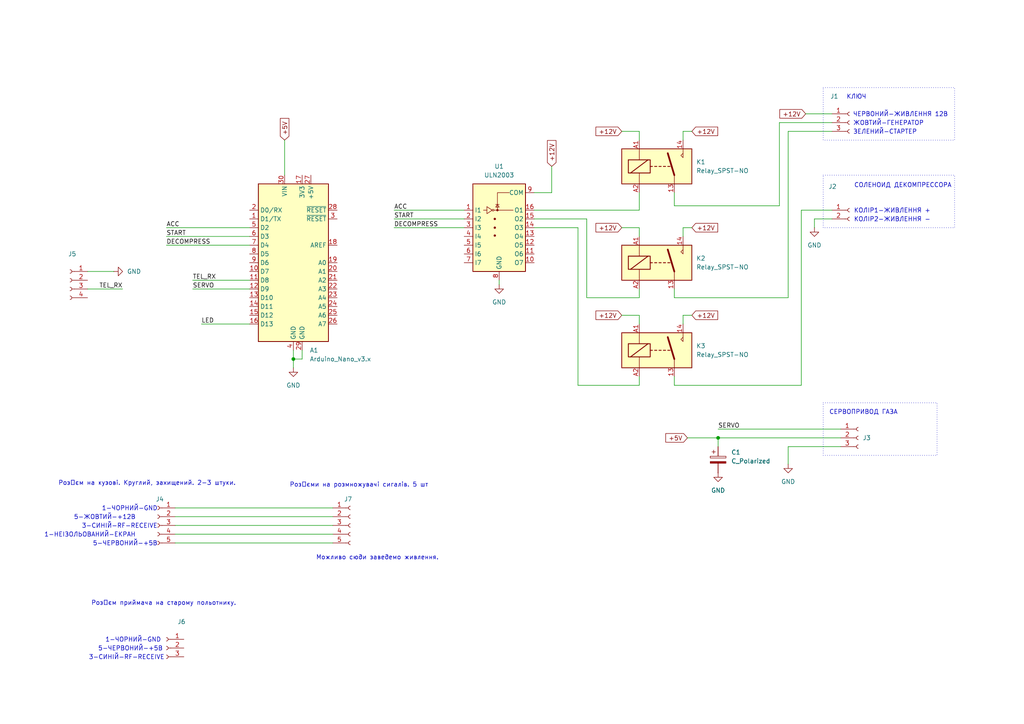
<source format=kicad_sch>
(kicad_sch (version 20231120) (generator "eeschema") (generator_version "8.0")
  (paper "A4")
  (lib_symbols
    (symbol "Connector:Conn_01x02_Socket" (pin_names (offset 1.016) hide)
      (property "Reference" "J" (at 0 2.54 0))
      (property "Value" "Conn_01x02_Socket" (at 0 -5.08 0))
      (symbol "Conn_01x02_Socket_1_1"
        (arc (start 0 -2.032) (mid -0.5058 -2.54) (end 0 -3.048) (stroke (width 0.1524)))
        (polyline (pts (xy -1.27 -2.54) (xy -0.508 -2.54)) (stroke (width 0.1524)))
        (polyline (pts (xy -1.27 0) (xy -0.508 0)) (stroke (width 0.1524)))
        (arc (start 0 0.508) (mid -0.5058 0) (end 0 -0.508) (stroke (width 0.1524)))
        (pin passive line (at -5.08 0 0) (length 3.81) (name "Pin_1") (number "1"))
        (pin passive line (at -5.08 -2.54 0) (length 3.81) (name "Pin_2") (number "2"))
      )
    )
    (symbol "Connector:Conn_01x03_Socket" (pin_names (offset 1.016) hide)
      (property "Reference" "J" (at 0 5.08 0))
      (property "Value" "Conn_01x03_Socket" (at 0 -5.08 0))
      (symbol "Conn_01x03_Socket_1_1"
        (arc (start 0 -2.032) (mid -0.5058 -2.54) (end 0 -3.048) (stroke (width 0.1524)))
        (polyline (pts (xy -1.27 -2.54) (xy -0.508 -2.54)) (stroke (width 0.1524)))
        (polyline (pts (xy -1.27 0) (xy -0.508 0)) (stroke (width 0.1524)))
        (polyline (pts (xy -1.27 2.54) (xy -0.508 2.54)) (stroke (width 0.1524)))
        (arc (start 0 0.508) (mid -0.5058 0) (end 0 -0.508) (stroke (width 0.1524)))
        (arc (start 0 3.048) (mid -0.5058 2.54) (end 0 2.032) (stroke (width 0.1524)))
        (pin passive line (at -5.08 2.54 0) (length 3.81) (name "Pin_1") (number "1"))
        (pin passive line (at -5.08 0 0) (length 3.81) (name "Pin_2") (number "2"))
        (pin passive line (at -5.08 -2.54 0) (length 3.81) (name "Pin_3") (number "3"))
      )
    )
    (symbol "Connector:Conn_01x04_Socket" (pin_names (offset 1.016) hide)
      (property "Reference" "J" (at 0 5.08 0))
      (property "Value" "Conn_01x04_Socket" (at 0 -7.62 0))
      (symbol "Conn_01x04_Socket_1_1"
        (arc (start 0 -4.572) (mid -0.5058 -5.08) (end 0 -5.588) (stroke (width 0.1524)))
        (arc (start 0 -2.032) (mid -0.5058 -2.54) (end 0 -3.048) (stroke (width 0.1524)))
        (polyline (pts (xy -1.27 -5.08) (xy -0.508 -5.08)) (stroke (width 0.1524)))
        (polyline (pts (xy -1.27 -2.54) (xy -0.508 -2.54)) (stroke (width 0.1524)))
        (polyline (pts (xy -1.27 0) (xy -0.508 0)) (stroke (width 0.1524)))
        (polyline (pts (xy -1.27 2.54) (xy -0.508 2.54)) (stroke (width 0.1524)))
        (arc (start 0 0.508) (mid -0.5058 0) (end 0 -0.508) (stroke (width 0.1524)))
        (arc (start 0 3.048) (mid -0.5058 2.54) (end 0 2.032) (stroke (width 0.1524)))
        (pin passive line (at -5.08 2.54 0) (length 3.81) (name "Pin_1") (number "1"))
        (pin passive line (at -5.08 0 0) (length 3.81) (name "Pin_2") (number "2"))
        (pin passive line (at -5.08 -2.54 0) (length 3.81) (name "Pin_3") (number "3"))
        (pin passive line (at -5.08 -5.08 0) (length 3.81) (name "Pin_4") (number "4"))
      )
    )
    (symbol "Connector:Conn_01x05_Socket" (pin_names (offset 1.016) hide)
      (property "Reference" "J" (at 0 7.62 0))
      (property "Value" "Conn_01x05_Socket" (at 0 -7.62 0))
      (symbol "Conn_01x05_Socket_1_1"
        (arc (start 0 -4.572) (mid -0.5058 -5.08) (end 0 -5.588) (stroke (width 0.1524)))
        (arc (start 0 -2.032) (mid -0.5058 -2.54) (end 0 -3.048) (stroke (width 0.1524)))
        (polyline (pts (xy -1.27 -5.08) (xy -0.508 -5.08)) (stroke (width 0.1524)))
        (polyline (pts (xy -1.27 -2.54) (xy -0.508 -2.54)) (stroke (width 0.1524)))
        (polyline (pts (xy -1.27 0) (xy -0.508 0)) (stroke (width 0.1524)))
        (polyline (pts (xy -1.27 2.54) (xy -0.508 2.54)) (stroke (width 0.1524)))
        (polyline (pts (xy -1.27 5.08) (xy -0.508 5.08)) (stroke (width 0.1524)))
        (arc (start 0 0.508) (mid -0.5058 0) (end 0 -0.508) (stroke (width 0.1524)))
        (arc (start 0 3.048) (mid -0.5058 2.54) (end 0 2.032) (stroke (width 0.1524)))
        (arc (start 0 5.588) (mid -0.5058 5.08) (end 0 4.572) (stroke (width 0.1524)))
        (pin passive line (at -5.08 5.08 0) (length 3.81) (name "Pin_1") (number "1"))
        (pin passive line (at -5.08 2.54 0) (length 3.81) (name "Pin_2") (number "2"))
        (pin passive line (at -5.08 0 0) (length 3.81) (name "Pin_3") (number "3"))
        (pin passive line (at -5.08 -2.54 0) (length 3.81) (name "Pin_4") (number "4"))
        (pin passive line (at -5.08 -5.08 0) (length 3.81) (name "Pin_5") (number "5"))
      )
    )
    (symbol "Device:C_Polarized" (pin_numbers hide) (pin_names (offset 0.254))
      (property "Reference" "C" (at 0.635 2.54 0))
      (property "Value" "C_Polarized" (at 0.635 -2.54 0))
      (symbol "C_Polarized_0_1"
        (rectangle (start -2.286 0.508) (end 2.286 1.016))
        (polyline (pts (xy -1.778 2.286) (xy -0.762 2.286)))
        (polyline (pts (xy -1.27 2.794) (xy -1.27 1.778)))
        (rectangle (start 2.286 -0.508) (end -2.286 -1.016) (fill (type outline)))
      )
      (symbol "C_Polarized_1_1"
        (pin passive line (at 0 3.81 270) (length 2.794) (name "~") (number "1"))
        (pin passive line (at 0 -3.81 90) (length 2.794) (name "~") (number "2"))
      )
    )
    (symbol "MCU_Module:Arduino_Nano_v3.x"
      (property "Reference" "A" (at -10.16 23.495 0))
      (property "Value" "Arduino_Nano_v3.x" (at 5.08 -24.13 0))
      (symbol "Arduino_Nano_v3.x_0_1"
        (rectangle (start -10.16 22.86) (end 10.16 -22.86) (stroke (width 0.254)) (fill (type background)))
      )
      (symbol "Arduino_Nano_v3.x_1_1"
        (pin bidirectional line (at -12.7 12.7 0) (length 2.54) (name "D1/TX") (number "1"))
        (pin bidirectional line (at -12.7 -2.54 0) (length 2.54) (name "D7") (number "10"))
        (pin bidirectional line (at -12.7 -5.08 0) (length 2.54) (name "D8") (number "11"))
        (pin bidirectional line (at -12.7 -7.62 0) (length 2.54) (name "D9") (number "12"))
        (pin bidirectional line (at -12.7 -10.16 0) (length 2.54) (name "D10") (number "13"))
        (pin bidirectional line (at -12.7 -12.7 0) (length 2.54) (name "D11") (number "14"))
        (pin bidirectional line (at -12.7 -15.24 0) (length 2.54) (name "D12") (number "15"))
        (pin bidirectional line (at -12.7 -17.78 0) (length 2.54) (name "D13") (number "16"))
        (pin power_out line (at 2.54 25.4 270) (length 2.54) (name "3V3") (number "17"))
        (pin input line (at 12.7 5.08 180) (length 2.54) (name "AREF") (number "18"))
        (pin bidirectional line (at 12.7 0 180) (length 2.54) (name "A0") (number "19"))
        (pin bidirectional line (at -12.7 15.24 0) (length 2.54) (name "D0/RX") (number "2"))
        (pin bidirectional line (at 12.7 -2.54 180) (length 2.54) (name "A1") (number "20"))
        (pin bidirectional line (at 12.7 -5.08 180) (length 2.54) (name "A2") (number "21"))
        (pin bidirectional line (at 12.7 -7.62 180) (length 2.54) (name "A3") (number "22"))
        (pin bidirectional line (at 12.7 -10.16 180) (length 2.54) (name "A4") (number "23"))
        (pin bidirectional line (at 12.7 -12.7 180) (length 2.54) (name "A5") (number "24"))
        (pin bidirectional line (at 12.7 -15.24 180) (length 2.54) (name "A6") (number "25"))
        (pin bidirectional line (at 12.7 -17.78 180) (length 2.54) (name "A7") (number "26"))
        (pin power_out line (at 5.08 25.4 270) (length 2.54) (name "+5V") (number "27"))
        (pin input line (at 12.7 15.24 180) (length 2.54) (name "~{RESET}") (number "28"))
        (pin power_in line (at 2.54 -25.4 90) (length 2.54) (name "GND") (number "29"))
        (pin input line (at 12.7 12.7 180) (length 2.54) (name "~{RESET}") (number "3"))
        (pin power_in line (at -2.54 25.4 270) (length 2.54) (name "VIN") (number "30"))
        (pin power_in line (at 0 -25.4 90) (length 2.54) (name "GND") (number "4"))
        (pin bidirectional line (at -12.7 10.16 0) (length 2.54) (name "D2") (number "5"))
        (pin bidirectional line (at -12.7 7.62 0) (length 2.54) (name "D3") (number "6"))
        (pin bidirectional line (at -12.7 5.08 0) (length 2.54) (name "D4") (number "7"))
        (pin bidirectional line (at -12.7 2.54 0) (length 2.54) (name "D5") (number "8"))
        (pin bidirectional line (at -12.7 0 0) (length 2.54) (name "D6") (number "9"))
      )
    )
    (symbol "Relay:Relay_SPST-NO"
      (property "Reference" "K" (at 11.43 3.81 0))
      (property "Value" "Relay_SPST-NO" (at 11.43 1.27 0))
      (symbol "Relay_SPST-NO_0_0"
        (polyline (pts (xy 7.62 5.08) (xy 7.62 2.54) (xy 6.985 3.175) (xy 7.62 3.81)))
      )
      (symbol "Relay_SPST-NO_0_1"
        (rectangle (start -10.16 5.08) (end 10.16 -5.08) (stroke (width 0.254)) (fill (type background)))
        (rectangle (start -8.255 1.905) (end -1.905 -1.905) (stroke (width 0.254)))
        (polyline (pts (xy -7.62 -1.905) (xy -2.54 1.905)) (stroke (width 0.254)))
        (polyline (pts (xy -5.08 -5.08) (xy -5.08 -1.905)))
        (polyline (pts (xy -5.08 5.08) (xy -5.08 1.905)))
        (polyline (pts (xy -1.905 0) (xy -1.27 0)) (stroke (width 0.254)))
        (polyline (pts (xy -0.635 0) (xy 0 0)) (stroke (width 0.254)))
        (polyline (pts (xy 0.635 0) (xy 1.27 0)) (stroke (width 0.254)))
        (polyline (pts (xy 1.905 0) (xy 2.54 0)) (stroke (width 0.254)))
        (polyline (pts (xy 3.175 0) (xy 3.81 0)) (stroke (width 0.254)))
        (polyline (pts (xy 5.08 -2.54) (xy 3.175 3.81)) (stroke (width 0.508)))
        (polyline (pts (xy 5.08 -2.54) (xy 5.08 -5.08)))
      )
      (symbol "Relay_SPST-NO_1_1"
        (pin passive line (at 5.08 -7.62 90) (length 2.54) (name "~") (number "13"))
        (pin passive line (at 7.62 7.62 270) (length 2.54) (name "~") (number "14"))
        (pin passive line (at -5.08 7.62 270) (length 2.54) (name "~") (number "A1"))
        (pin passive line (at -5.08 -7.62 90) (length 2.54) (name "~") (number "A2"))
      )
    )
    (symbol "Transistor_Array:ULN2003"
      (property "Reference" "U" (at 0 15.875 0))
      (property "Value" "ULN2003" (at 0 13.97 0))
      (symbol "ULN2003_0_1"
        (rectangle (start -7.62 -12.7) (end 7.62 12.7) (stroke (width 0.254)) (fill (type background)))
        (circle (center -1.778 5.08) (radius 0.254))
        (circle (center -1.27 -2.286) (radius 0.254) (fill (type outline)))
        (circle (center -1.27 0) (radius 0.254) (fill (type outline)))
        (circle (center -1.27 2.54) (radius 0.254) (fill (type outline)))
        (circle (center -0.508 5.08) (radius 0.254) (fill (type outline)))
        (polyline (pts (xy -4.572 5.08) (xy -3.556 5.08)))
        (polyline (pts (xy -1.524 5.08) (xy 4.064 5.08)))
        (polyline (pts (xy 0 6.731) (xy -1.016 6.731)))
        (polyline (pts (xy -0.508 5.08) (xy -0.508 10.16) (xy 2.921 10.16)))
        (polyline (pts (xy -3.556 6.096) (xy -3.556 4.064) (xy -2.032 5.08) (xy -3.556 6.096)))
        (polyline (pts (xy 0 5.969) (xy -1.016 5.969) (xy -0.508 6.731) (xy 0 5.969)))
      )
      (symbol "ULN2003_1_1"
        (pin input line (at -10.16 5.08 0) (length 2.54) (name "I1") (number "1"))
        (pin open_collector line (at 10.16 -10.16 180) (length 2.54) (name "O7") (number "10"))
        (pin open_collector line (at 10.16 -7.62 180) (length 2.54) (name "O6") (number "11"))
        (pin open_collector line (at 10.16 -5.08 180) (length 2.54) (name "O5") (number "12"))
        (pin open_collector line (at 10.16 -2.54 180) (length 2.54) (name "O4") (number "13"))
        (pin open_collector line (at 10.16 0 180) (length 2.54) (name "O3") (number "14"))
        (pin open_collector line (at 10.16 2.54 180) (length 2.54) (name "O2") (number "15"))
        (pin open_collector line (at 10.16 5.08 180) (length 2.54) (name "O1") (number "16"))
        (pin input line (at -10.16 2.54 0) (length 2.54) (name "I2") (number "2"))
        (pin input line (at -10.16 0 0) (length 2.54) (name "I3") (number "3"))
        (pin input line (at -10.16 -2.54 0) (length 2.54) (name "I4") (number "4"))
        (pin input line (at -10.16 -5.08 0) (length 2.54) (name "I5") (number "5"))
        (pin input line (at -10.16 -7.62 0) (length 2.54) (name "I6") (number "6"))
        (pin input line (at -10.16 -10.16 0) (length 2.54) (name "I7") (number "7"))
        (pin power_in line (at 0 -15.24 90) (length 2.54) (name "GND") (number "8"))
        (pin passive line (at 10.16 10.16 180) (length 2.54) (name "COM") (number "9"))
      )
    )
    (symbol "power:GND" (power) (pin_numbers hide) (pin_names (offset 0) hide)
      (property "Value" "GND" (at 0 -3.81 0))
      (symbol "GND_0_1"
        (polyline (pts (xy 0 0) (xy 0 -1.27) (xy 1.27 -1.27) (xy 0 -2.54) (xy -1.27 -1.27) (xy 0 -1.27)))
      )
      (symbol "GND_1_1"
        (pin power_in line (at 0 0 270) (length 0) (name "~") (number "1"))
      )
    )
  )
  (junction (at 208.28 127))
  (junction (at 85.09 104.14))
  (wire (pts (xy 195.58 83.82) (xy 195.58 86.36)))
  (wire (pts (xy 55.88 81.28) (xy 72.39 81.28)))
  (wire (pts (xy 85.09 104.14) (xy 85.09 106.68)))
  (wire (pts (xy 50.8 147.32) (xy 96.52 147.32)))
  (wire (pts (xy 87.63 101.6) (xy 87.63 104.14)))
  (wire (pts (xy 195.58 109.22) (xy 195.58 111.76)))
  (wire (pts (xy 232.41 60.96) (xy 241.3 60.96)))
  (wire (pts (xy 185.42 38.1) (xy 185.42 40.64)))
  (wire (pts (xy 55.88 83.82) (xy 72.39 83.82)))
  (wire (pts (xy 195.58 111.76) (xy 232.41 111.76)))
  (wire (pts (xy 198.12 93.98) (xy 198.12 91.44)))
  (wire (pts (xy 208.28 124.46) (xy 243.84 124.46)))
  (wire (pts (xy 50.8 152.4) (xy 96.52 152.4)))
  (wire (pts (xy 185.42 91.44) (xy 185.42 93.98)))
  (wire (pts (xy 170.18 63.5) (xy 170.18 86.36)))
  (wire (pts (xy 180.34 91.44) (xy 185.42 91.44)))
  (wire (pts (xy 198.12 38.1) (xy 200.66 38.1)))
  (wire (pts (xy 87.63 104.14) (xy 85.09 104.14)))
  (wire (pts (xy 185.42 60.96) (xy 154.94 60.96)))
  (wire (pts (xy 195.58 55.88) (xy 195.58 59.69)))
  (wire (pts (xy 226.06 59.69) (xy 226.06 35.56)))
  (wire (pts (xy 48.26 71.12) (xy 72.39 71.12)))
  (wire (pts (xy 50.8 157.48) (xy 96.52 157.48)))
  (wire (pts (xy 170.18 86.36) (xy 185.42 86.36)))
  (wire (pts (xy 198.12 40.64) (xy 198.12 38.1)))
  (wire (pts (xy 114.3 66.04) (xy 134.62 66.04)))
  (wire (pts (xy 48.26 68.58) (xy 72.39 68.58)))
  (wire (pts (xy 228.6 129.54) (xy 228.6 134.62)))
  (wire (pts (xy 185.42 55.88) (xy 185.42 60.96)))
  (wire (pts (xy 236.22 63.5) (xy 236.22 66.04)))
  (wire (pts (xy 198.12 68.58) (xy 198.12 66.04)))
  (wire (pts (xy 180.34 38.1) (xy 185.42 38.1)))
  (wire (pts (xy 180.34 66.04) (xy 185.42 66.04)))
  (wire (pts (xy 233.68 33.02) (xy 241.3 33.02)))
  (wire (pts (xy 208.28 127) (xy 208.28 129.54)))
  (wire (pts (xy 160.02 48.26) (xy 160.02 55.88)))
  (wire (pts (xy 241.3 63.5) (xy 236.22 63.5)))
  (wire (pts (xy 85.09 101.6) (xy 85.09 104.14)))
  (wire (pts (xy 154.94 63.5) (xy 170.18 63.5)))
  (wire (pts (xy 226.06 35.56) (xy 241.3 35.56)))
  (wire (pts (xy 58.42 93.98) (xy 72.39 93.98)))
  (wire (pts (xy 185.42 66.04) (xy 185.42 68.58)))
  (wire (pts (xy 48.26 66.04) (xy 72.39 66.04)))
  (wire (pts (xy 243.84 129.54) (xy 228.6 129.54)))
  (wire (pts (xy 25.4 78.74) (xy 33.02 78.74)))
  (wire (pts (xy 114.3 63.5) (xy 134.62 63.5)))
  (wire (pts (xy 198.12 91.44) (xy 200.66 91.44)))
  (wire (pts (xy 144.78 81.28) (xy 144.78 82.55)))
  (wire (pts (xy 114.3 60.96) (xy 134.62 60.96)))
  (wire (pts (xy 208.28 127) (xy 243.84 127)))
  (wire (pts (xy 167.64 66.04) (xy 167.64 111.76)))
  (wire (pts (xy 228.6 86.36) (xy 228.6 38.1)))
  (wire (pts (xy 185.42 111.76) (xy 185.42 109.22)))
  (wire (pts (xy 160.02 55.88) (xy 154.94 55.88)))
  (wire (pts (xy 195.58 86.36) (xy 228.6 86.36)))
  (wire (pts (xy 50.8 149.86) (xy 96.52 149.86)))
  (wire (pts (xy 232.41 111.76) (xy 232.41 60.96)))
  (wire (pts (xy 198.12 66.04) (xy 200.66 66.04)))
  (wire (pts (xy 167.64 111.76) (xy 185.42 111.76)))
  (wire (pts (xy 154.94 66.04) (xy 167.64 66.04)))
  (wire (pts (xy 195.58 59.69) (xy 226.06 59.69)))
  (wire (pts (xy 50.8 154.94) (xy 96.52 154.94)))
  (wire (pts (xy 82.55 40.64) (xy 82.55 50.8)))
  (wire (pts (xy 25.4 83.82) (xy 35.56 83.82)))
  (wire (pts (xy 199.39 127) (xy 208.28 127)))
  (wire (pts (xy 228.6 38.1) (xy 241.3 38.1)))
  (wire (pts (xy 185.42 86.36) (xy 185.42 83.82)))
  (rectangle (start 238.76 116.84) (end 271.78 132.08) (stroke (width 0) (type dot)))
  (rectangle (start 238.76 50.8) (end 276.86 66.04) (stroke (width 0) (type dot)))
  (rectangle (start 238.76 25.4) (end 276.86 40.64) (stroke (width 0) (type dot)))
  (text "ЗЕЛЕНИЙ-СТАРТЕР" (at 247.396 38.354 0) (effects (font (size 1.27 1.27)) (justify left)))
  (text "3-СИНІЙ-RF-RECEIVE" (at 45.72 152.654 0) (effects (font (size 1.27 1.27)) (justify right)))
  (text "КОЛІР2-ЖИВЛЕННЯ -" (at 247.65 63.754 0) (effects (font (size 1.27 1.27)) (justify left)))
  (text "ЖОВТИЙ-ГЕНЕРАТОР" (at 247.396 35.814 0) (effects (font (size 1.27 1.27)) (justify left)))
  (text "5-ЧЕРВОНИЙ-+5В" (at 47.244 188.214 0) (effects (font (size 1.27 1.27)) (justify right)))
  (text "Розʼєм приймача на старому польотнику." (at 47.498 175.006 0) (effects (font (size 1.27 1.27))))
  (text "Можливо сюди заведемо живлення." (at 109.474 161.798 0) (effects (font (size 1.27 1.27))))
  (text "1-ЧОРНИЙ-GND" (at 46.736 185.674 0) (effects (font (size 1.27 1.27)) (justify right)))
  (text "КЛЮЧ" (at 248.412 28.194 0) (effects (font (size 1.27 1.27))))
  (text "Розʼєм на кузові. Круглий, захищений. 2-3 штуки." (at 42.672 140.208 0) (effects (font (size 1.27 1.27))))
  (text "1-НЕІЗОЛЬОВАНИЙ-ЕКРАН" (at 39.37 155.194 0) (effects (font (size 1.27 1.27)) (justify right)))
  (text "Розʼєми на розмножувачі сигалів. 5 шт" (at 104.14 140.716 0) (effects (font (size 1.27 1.27))))
  (text "1-ЧОРНИЙ-GND" (at 45.72 147.574 0) (effects (font (size 1.27 1.27)) (justify right)))
  (text "5-ЖОВТИЙ-+12В" (at 39.37 150.114 0) (effects (font (size 1.27 1.27)) (justify right)))
  (text "ЧЕРВОНИЙ-ЖИВЛЕННЯ 12В" (at 247.396 33.274 0) (effects (font (size 1.27 1.27)) (justify left)))
  (text "СОЛЕНОИД ДЕКОМПРЕССОРА" (at 261.874 53.848 0) (effects (font (size 1.27 1.27))))
  (text "5-ЧЕРВОНИЙ-+5В" (at 45.72 157.734 0) (effects (font (size 1.27 1.27)) (justify right)))
  (text "СЕРВОПРИВОД ГАЗА" (at 250.444 119.634 0) (effects (font (size 1.27 1.27))))
  (text "3-СИНІЙ-RF-RECEIVE" (at 47.752 190.754 0) (effects (font (size 1.27 1.27)) (justify right)))
  (text "КОЛІР1-ЖИВЛЕННЯ +" (at 247.65 61.214 0) (effects (font (size 1.27 1.27)) (justify left)))
  (label "DECOMPRESS" (at 48.26 71.12 0))
  (label "TEL_RX" (at 35.56 83.82 180))
  (label "LED" (at 58.42 93.98 0))
  (label "SERVO" (at 55.88 83.82 0))
  (label "SERVO" (at 208.28 124.46 0))
  (label "DECOMPRESS" (at 114.3 66.04 0))
  (label "ACC" (at 114.3 60.96 0))
  (label "ACC" (at 48.26 66.04 0))
  (label "START" (at 48.26 68.58 0))
  (label "TEL_RX" (at 55.88 81.28 0))
  (label "START" (at 114.3 63.5 0))
  (global_label "+5V" (shape input) (at 199.39 127 180) (property "Intersheetrefs" "${INTERSHEET_REFS}" (effects (hide yes))))
  (global_label "+12V" (shape input) (at 200.66 38.1 0) (property "Intersheetrefs" "${INTERSHEET_REFS}" (effects (hide yes))))
  (global_label "+12V" (shape input) (at 180.34 91.44 180) (property "Intersheetrefs" "${INTERSHEET_REFS}" (effects (hide yes))))
  (global_label "+12V" (shape input) (at 233.68 33.02 180) (property "Intersheetrefs" "${INTERSHEET_REFS}" (effects (hide yes))))
  (global_label "+12V" (shape input) (at 180.34 66.04 180) (property "Intersheetrefs" "${INTERSHEET_REFS}" (effects (hide yes))))
  (global_label "+12V" (shape input) (at 200.66 66.04 0) (property "Intersheetrefs" "${INTERSHEET_REFS}" (effects (hide yes))))
  (global_label "+12V" (shape input) (at 180.34 38.1 180) (property "Intersheetrefs" "${INTERSHEET_REFS}" (effects (hide yes))))
  (global_label "+12V" (shape input) (at 200.66 91.44 0) (property "Intersheetrefs" "${INTERSHEET_REFS}" (effects (hide yes))))
  (global_label "+5V" (shape input) (at 82.55 40.64 90) (property "Intersheetrefs" "${INTERSHEET_REFS}" (effects (hide yes))))
  (global_label "+12V" (shape input) (at 160.02 48.26 90) (property "Intersheetrefs" "${INTERSHEET_REFS}" (effects (hide yes))))
  (symbol (lib_id "power:GND") (at 85.09 106.68 0) (unit 1)
    (property "Reference" "#PWR05" (effects (hide yes)))
    (property "Value" "GND" (at 85.09 111.76 0))
    (property "Description" "Power symbol creates a global label with name \"GND\" , ground" (effects (hide yes)))
  )
  (symbol (lib_id "Connector:Conn_01x03_Socket") (at 248.92 127 0) (unit 1)
    (property "Reference" "J3" (at 250.19 126.9999 0) (effects (justify left)))
    (property "Value" "Conn_01x03_Socket" (effects (hide yes)))
    (property "Description" "Generic connector, single row, 01x03, script generated" (effects (hide yes)))
  )
  (symbol (lib_id "power:GND") (at 208.28 137.16 0) (unit 1)
    (property "Reference" "#PWR04" (effects (hide yes)))
    (property "Value" "GND" (at 208.28 142.24 0))
    (property "Description" "Power symbol creates a global label with name \"GND\" , ground" (effects (hide yes)))
  )
  (symbol (lib_id "Relay:Relay_SPST-NO") (at 190.5 48.26 0) (unit 1)
    (property "Reference" "K1" (at 201.93 46.9899 0) (effects (justify left)))
    (property "Value" "Relay_SPST-NO" (at 201.93 49.5299 0) (effects (justify left)))
    (property "Description" "Relay SPST, Normally Open, EN50005" (effects (hide yes)))
  )
  (symbol (lib_id "Relay:Relay_SPST-NO") (at 190.5 101.6 0) (unit 1)
    (property "Reference" "K3" (at 201.93 100.3299 0) (effects (justify left)))
    (property "Value" "Relay_SPST-NO" (at 201.93 102.8699 0) (effects (justify left)))
    (property "Description" "Relay SPST, Normally Open, EN50005" (effects (hide yes)))
  )
  (symbol (lib_id "power:GND") (at 236.22 66.04 0) (unit 1)
    (property "Reference" "#PWR02" (effects (hide yes)))
    (property "Value" "GND" (at 236.22 71.12 0))
    (property "Description" "Power symbol creates a global label with name \"GND\" , ground" (effects (hide yes)))
  )
  (symbol (lib_id "Connector:Conn_01x03_Socket") (at 246.38 35.56 0) (unit 1)
    (property "Reference" "J1" (at 240.792 27.94 0) (effects (justify left)))
    (property "Value" "Conn_01x03_Socket" (effects (hide yes)))
    (property "Description" "Generic connector, single row, 01x03, script generated" (effects (hide yes)))
  )
  (symbol (lib_id "Connector:Conn_01x02_Socket") (at 246.38 60.96 0) (unit 1)
    (property "Reference" "J2" (at 240.284 54.102 0) (effects (justify left)))
    (property "Value" "Conn_01x02_Socket" (effects (hide yes)))
    (property "Description" "Generic connector, single row, 01x02, script generated" (effects (hide yes)))
  )
  (symbol (lib_id "MCU_Module:Arduino_Nano_v3.x") (at 85.09 76.2 0) (unit 1)
    (property "Reference" "A1" (at 89.8241 101.6 0) (effects (justify left)))
    (property "Value" "Arduino_Nano_v3.x" (at 89.8241 104.14 0) (effects (justify left)))
    (property "Footprint" "Module:Arduino_Nano" (effects (hide yes)))
    (property "Datasheet" "http://www.mouser.com/pdfdocs/Gravitech_Arduino_Nano3_0.pdf" (effects (hide yes)))
    (property "Description" "Arduino Nano v3.x" (effects (hide yes)))
  )
  (symbol (lib_id "Connector:Conn_01x04_Socket") (at 20.32 81.28 0) (mirror y) (unit 1)
    (property "Reference" "J5" (at 20.955 73.66 0))
    (property "Value" "Conn_01x04_Socket" (effects (hide yes)))
    (property "Description" "Generic connector, single row, 01x04, script generated" (effects (hide yes)))
  )
  (symbol (lib_id "Connector:Conn_01x05_Socket") (at 101.6 152.4 0) (unit 1)
    (property "Reference" "J7" (at 100.965 144.78 0))
    (property "Value" "Conn_01x05_Socket" (effects (hide yes)))
    (property "Description" "Generic connector, single row, 01x05, script generated" (effects (hide yes)))
  )
  (symbol (lib_id "power:GND") (at 33.02 78.74 90) (unit 1)
    (property "Reference" "#PWR06" (effects (hide yes)))
    (property "Value" "GND" (at 36.83 78.7399 90) (effects (justify right)))
    (property "Description" "Power symbol creates a global label with name \"GND\" , ground" (effects (hide yes)))
  )
  (symbol (lib_id "Connector:Conn_01x03_Socket") (at 48.26 187.96 0) (mirror y) (unit 1)
    (property "Reference" "J6" (at 53.848 180.34 0) (effects (justify left)))
    (property "Value" "Conn_01x03_Socket" (effects (hide yes)))
    (property "Description" "Generic connector, single row, 01x03, script generated" (effects (hide yes)))
  )
  (symbol (lib_id "power:GND") (at 144.78 82.55 0) (unit 1)
    (property "Reference" "#PWR01" (effects (hide yes)))
    (property "Value" "GND" (at 144.78 87.63 0))
    (property "Description" "Power symbol creates a global label with name \"GND\" , ground" (effects (hide yes)))
  )
  (symbol (lib_id "Connector:Conn_01x05_Socket") (at 45.72 152.4 0) (mirror y) (unit 1)
    (property "Reference" "J4" (at 46.355 144.78 0))
    (property "Value" "Conn_01x05_Socket" (effects (hide yes)))
    (property "Description" "Generic connector, single row, 01x05, script generated" (effects (hide yes)))
  )
  (symbol (lib_id "Device:C_Polarized") (at 208.28 133.35 0) (unit 1)
    (property "Reference" "C1" (at 212.09 131.1909 0) (effects (justify left)))
    (property "Value" "C_Polarized" (at 212.09 133.7309 0) (effects (justify left)))
    (property "Description" "Polarized capacitor" (effects (hide yes)))
  )
  (symbol (lib_id "Relay:Relay_SPST-NO") (at 190.5 76.2 0) (unit 1)
    (property "Reference" "K2" (at 201.93 74.9299 0) (effects (justify left)))
    (property "Value" "Relay_SPST-NO" (at 201.93 77.4699 0) (effects (justify left)))
    (property "Description" "Relay SPST, Normally Open, EN50005" (effects (hide yes)))
  )
  (symbol (lib_id "power:GND") (at 228.6 134.62 0) (unit 1)
    (property "Reference" "#PWR03" (effects (hide yes)))
    (property "Value" "GND" (at 228.6 139.7 0))
    (property "Description" "Power symbol creates a global label with name \"GND\" , ground" (effects (hide yes)))
  )
  (symbol (lib_id "Transistor_Array:ULN2003") (at 144.78 66.04 0) (unit 1)
    (property "Reference" "U1" (at 144.78 48.26 0))
    (property "Value" "ULN2003" (at 144.78 50.8 0))
    (property "Datasheet" "http://www.ti.com/lit/ds/symlink/uln2003a.pdf" (effects (hide yes)))
    (property "Description" "High Voltage, High Current Darlington Transistor Arrays, SOIC16/SOIC16W/DIP16/TSSOP16" (effects (hide yes)))
  )
)
</source>
